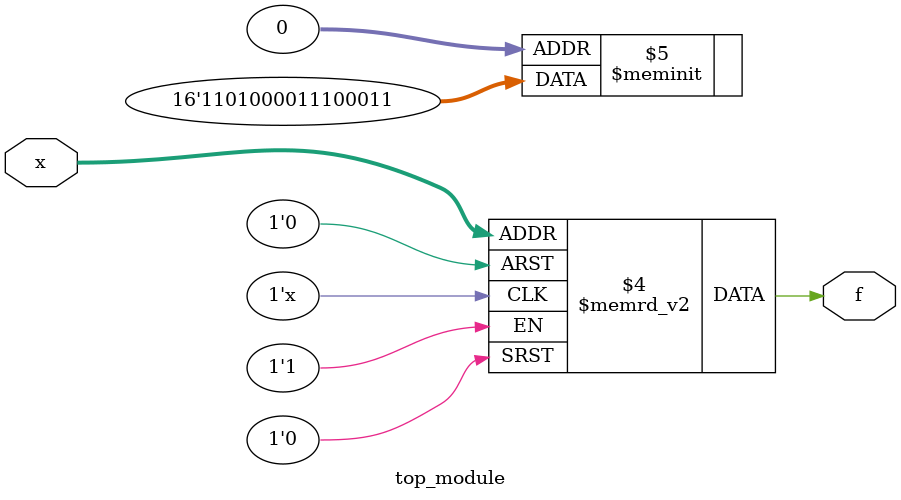
<source format=sv>
module top_module (
	input [4:1] x,
	output logic f
);

	always_comb begin
		case(x)
			4'b0000, 4'b0001, 4'b0101, 4'b0110, 4'b0111, 4'b1100, 4'b1110, 4'b1111: f = 1;
			default: f = 0;
		endcase
	end
	
endmodule

</source>
